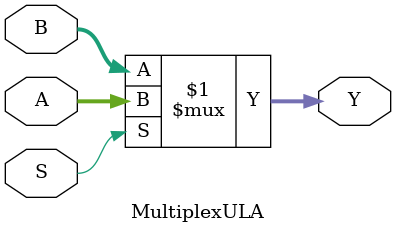
<source format=v>
module MultiplexULA(A, B, S, Y);
	// Entradas
	input [31:0] A; // Dado vindo do banco de registradores
	input [31:0] B; // Dado vindo do extensor de bits
	
	input S; // Sinal de controle 
	
	output [31:0] Y; 
	
	assign Y = S ? A : B;
endmodule
</source>
